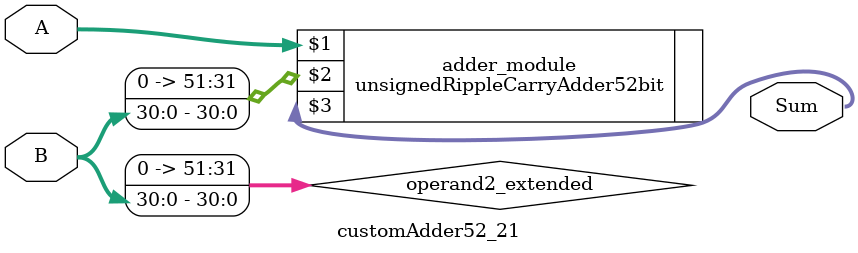
<source format=v>
module customAdder52_21(
                        input [51 : 0] A,
                        input [30 : 0] B,
                        
                        output [52 : 0] Sum
                );

        wire [51 : 0] operand2_extended;
        
        assign operand2_extended =  {21'b0, B};
        
        unsignedRippleCarryAdder52bit adder_module(
            A,
            operand2_extended,
            Sum
        );
        
        endmodule
        
</source>
